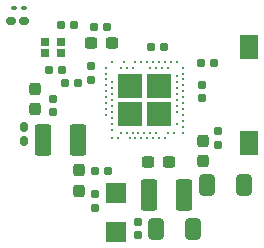
<source format=gbr>
%TF.GenerationSoftware,KiCad,Pcbnew,(5.99.0-9634-gb691c18bfc)*%
%TF.CreationDate,2021-03-09T19:13:24+01:00*%
%TF.ProjectId,nRF52840Breakout,6e524635-3238-4343-9042-7265616b6f75,rev?*%
%TF.SameCoordinates,Original*%
%TF.FileFunction,Paste,Top*%
%TF.FilePolarity,Positive*%
%FSLAX46Y46*%
G04 Gerber Fmt 4.6, Leading zero omitted, Abs format (unit mm)*
G04 Created by KiCad (PCBNEW (5.99.0-9634-gb691c18bfc)) date 2021-03-09 19:13:24*
%MOMM*%
%LPD*%
G01*
G04 APERTURE LIST*
G04 Aperture macros list*
%AMRoundRect*
0 Rectangle with rounded corners*
0 $1 Rounding radius*
0 $2 $3 $4 $5 $6 $7 $8 $9 X,Y pos of 4 corners*
0 Add a 4 corners polygon primitive as box body*
4,1,4,$2,$3,$4,$5,$6,$7,$8,$9,$2,$3,0*
0 Add four circle primitives for the rounded corners*
1,1,$1+$1,$2,$3*
1,1,$1+$1,$4,$5*
1,1,$1+$1,$6,$7*
1,1,$1+$1,$8,$9*
0 Add four rect primitives between the rounded corners*
20,1,$1+$1,$2,$3,$4,$5,0*
20,1,$1+$1,$4,$5,$6,$7,0*
20,1,$1+$1,$6,$7,$8,$9,0*
20,1,$1+$1,$8,$9,$2,$3,0*%
G04 Aperture macros list end*
%ADD10RoundRect,0.155000X-0.155000X0.212500X-0.155000X-0.212500X0.155000X-0.212500X0.155000X0.212500X0*%
%ADD11RoundRect,0.155000X0.212500X0.155000X-0.212500X0.155000X-0.212500X-0.155000X0.212500X-0.155000X0*%
%ADD12RoundRect,0.237500X0.237500X-0.300000X0.237500X0.300000X-0.237500X0.300000X-0.237500X-0.300000X0*%
%ADD13R,1.500000X2.000000*%
%ADD14RoundRect,0.160000X-0.160000X0.197500X-0.160000X-0.197500X0.160000X-0.197500X0.160000X0.197500X0*%
%ADD15RoundRect,0.160000X-0.222500X-0.160000X0.222500X-0.160000X0.222500X0.160000X-0.222500X0.160000X0*%
%ADD16R,0.750000X0.700000*%
%ADD17RoundRect,0.250001X0.462499X1.074999X-0.462499X1.074999X-0.462499X-1.074999X0.462499X-1.074999X0*%
%ADD18RoundRect,0.250000X-0.412500X-0.650000X0.412500X-0.650000X0.412500X0.650000X-0.412500X0.650000X0*%
%ADD19RoundRect,0.155000X0.155000X-0.212500X0.155000X0.212500X-0.155000X0.212500X-0.155000X-0.212500X0*%
%ADD20RoundRect,0.250000X0.412500X0.650000X-0.412500X0.650000X-0.412500X-0.650000X0.412500X-0.650000X0*%
%ADD21RoundRect,0.160000X0.160000X-0.222500X0.160000X0.222500X-0.160000X0.222500X-0.160000X-0.222500X0*%
%ADD22RoundRect,0.237500X-0.237500X0.300000X-0.237500X-0.300000X0.237500X-0.300000X0.237500X0.300000X0*%
%ADD23RoundRect,0.155000X-0.212500X-0.155000X0.212500X-0.155000X0.212500X0.155000X-0.212500X0.155000X0*%
%ADD24R,1.800000X1.750000*%
%ADD25R,2.000000X2.000000*%
%ADD26C,0.250000*%
%ADD27RoundRect,0.090000X0.139000X0.090000X-0.139000X0.090000X-0.139000X-0.090000X0.139000X-0.090000X0*%
%ADD28RoundRect,0.237500X-0.300000X-0.237500X0.300000X-0.237500X0.300000X0.237500X-0.300000X0.237500X0*%
%ADD29RoundRect,0.237500X0.300000X0.237500X-0.300000X0.237500X-0.300000X-0.237500X0.300000X-0.237500X0*%
G04 APERTURE END LIST*
D10*
%TO.C,C12*%
X30980000Y-24255000D03*
X30980000Y-25390000D03*
%TD*%
D11*
%TO.C,C10*%
X32347500Y-20930000D03*
X31212500Y-20930000D03*
%TD*%
D12*
%TO.C,C21*%
X40470000Y-32302500D03*
X40470000Y-30577500D03*
%TD*%
D13*
%TO.C,SW1*%
X44350000Y-30790000D03*
X44350000Y-22590000D03*
%TD*%
D14*
%TO.C,R1*%
X41750000Y-29762500D03*
X41750000Y-30957500D03*
%TD*%
D15*
%TO.C,L1*%
X24167500Y-20460000D03*
X25312500Y-20460000D03*
%TD*%
D16*
%TO.C,X1*%
X28450000Y-22160000D03*
X27100000Y-22160000D03*
X27100000Y-23160000D03*
X28450000Y-23160000D03*
%TD*%
D17*
%TO.C,L2*%
X29877500Y-30490000D03*
X26902500Y-30490000D03*
%TD*%
D18*
%TO.C,C6*%
X36467500Y-38050000D03*
X39592500Y-38050000D03*
%TD*%
D19*
%TO.C,C7*%
X40370000Y-26937500D03*
X40370000Y-25802500D03*
%TD*%
D20*
%TO.C,C20*%
X43872500Y-34330000D03*
X40747500Y-34330000D03*
%TD*%
D11*
%TO.C,C1*%
X29517500Y-20760000D03*
X28382500Y-20760000D03*
%TD*%
D17*
%TO.C,L4*%
X38807500Y-35140000D03*
X35832500Y-35140000D03*
%TD*%
D21*
%TO.C,L3*%
X25300000Y-30550000D03*
X25300000Y-29405000D03*
%TD*%
D12*
%TO.C,C15*%
X26240000Y-27902500D03*
X26240000Y-26177500D03*
%TD*%
D19*
%TO.C,C16*%
X27710000Y-28120000D03*
X27710000Y-26985000D03*
%TD*%
D22*
%TO.C,C14*%
X29940000Y-33057500D03*
X29940000Y-34782500D03*
%TD*%
D23*
%TO.C,C9*%
X36002500Y-22650000D03*
X37137500Y-22650000D03*
%TD*%
D24*
%TO.C,X2*%
X33100000Y-38265000D03*
X33100000Y-35015000D03*
%TD*%
D25*
%TO.C,U1*%
X34257500Y-28332500D03*
X34257500Y-25907500D03*
X36682500Y-28332500D03*
X36682500Y-25907500D03*
D26*
X32220000Y-28370000D03*
X32220000Y-27870000D03*
X32220000Y-27370000D03*
X32220000Y-26870000D03*
X32220000Y-26370000D03*
X32220000Y-25870000D03*
X32220000Y-25370000D03*
X32220000Y-24870000D03*
X32220000Y-24370000D03*
X37720000Y-23870000D03*
X37970000Y-29870000D03*
X38220000Y-29120000D03*
X38220000Y-28120000D03*
X38220000Y-27620000D03*
X38220000Y-27120000D03*
X38220000Y-26620000D03*
X38220000Y-26120000D03*
X38220000Y-25620000D03*
X38220000Y-25120000D03*
X38220000Y-23870000D03*
X38720000Y-29870000D03*
X38720000Y-29370000D03*
X38720000Y-28870000D03*
X38720000Y-28370000D03*
X38720000Y-27870000D03*
X38720000Y-27370000D03*
X38720000Y-26870000D03*
X38720000Y-26370000D03*
X38720000Y-25870000D03*
X38720000Y-25370000D03*
X38720000Y-24870000D03*
X38720000Y-24370000D03*
X32720000Y-30370000D03*
X32720000Y-29620000D03*
X32720000Y-29120000D03*
X32720000Y-28620000D03*
X32720000Y-28120000D03*
X32720000Y-27620000D03*
X32720000Y-27120000D03*
X32720000Y-26620000D03*
X32720000Y-26120000D03*
X32720000Y-25620000D03*
X32720000Y-23870000D03*
X33220000Y-30370000D03*
X33470000Y-29870000D03*
X33470000Y-24370000D03*
X33720000Y-23870000D03*
X33970000Y-29870000D03*
X33970000Y-24370000D03*
X34220000Y-30370000D03*
X34470000Y-29870000D03*
X34470000Y-24370000D03*
X34720000Y-30370000D03*
X34720000Y-23870000D03*
X34970000Y-29870000D03*
X35220000Y-30370000D03*
X35220000Y-23870000D03*
X35470000Y-29870000D03*
X35720000Y-30370000D03*
X35720000Y-23870000D03*
X35970000Y-29870000D03*
X35970000Y-24370000D03*
X36220000Y-30370000D03*
X36220000Y-23870000D03*
X36470000Y-29870000D03*
X36470000Y-24370000D03*
X36720000Y-30370000D03*
X36720000Y-23870000D03*
X36970000Y-24370000D03*
X37220000Y-30370000D03*
X37220000Y-23870000D03*
X37470000Y-29870000D03*
X37470000Y-24370000D03*
%TD*%
D27*
%TO.C,C3*%
X25272500Y-19300000D03*
X24407500Y-19300000D03*
%TD*%
D28*
%TO.C,C19*%
X35797500Y-32380000D03*
X37522500Y-32380000D03*
%TD*%
D11*
%TO.C,C5*%
X32415000Y-33080000D03*
X31280000Y-33080000D03*
%TD*%
%TO.C,C2*%
X28517500Y-24560000D03*
X27382500Y-24560000D03*
%TD*%
D29*
%TO.C,C11*%
X32702500Y-22280000D03*
X30977500Y-22280000D03*
%TD*%
D10*
%TO.C,C18*%
X34920000Y-37422500D03*
X34920000Y-38557500D03*
%TD*%
D11*
%TO.C,C13*%
X29850000Y-25660000D03*
X28715000Y-25660000D03*
%TD*%
D23*
%TO.C,C8*%
X40242500Y-24020000D03*
X41377500Y-24020000D03*
%TD*%
D19*
%TO.C,C17*%
X31300000Y-36227500D03*
X31300000Y-35092500D03*
%TD*%
M02*

</source>
